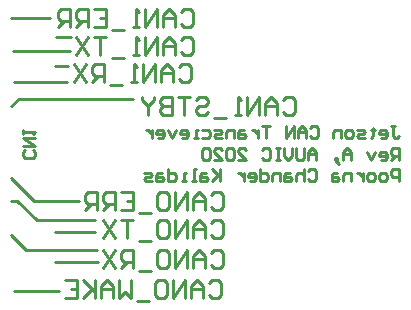
<source format=gbo>
G04*
G04 #@! TF.GenerationSoftware,Altium Limited,Altium Designer,20.0.12 (288)*
G04*
G04 Layer_Color=32896*
%FSLAX25Y25*%
%MOIN*%
G70*
G01*
G75*
%ADD10C,0.01000*%
D10*
X207603Y363044D02*
X222603D01*
X221103Y372544D02*
X235603D01*
X206603Y381544D02*
X211603Y376544D01*
X235103D01*
X221103Y382544D02*
X234603D01*
X206603Y393044D02*
X208603D01*
X215103Y386544D01*
X234603D01*
X206603Y400544D02*
X214103Y393044D01*
X229103D01*
X206603Y424544D02*
X209103Y427044D01*
X209603D01*
X247103D01*
X207603Y432544D02*
X225103D01*
X221103Y438044D02*
X225603D01*
X221603Y447544D02*
X226603D01*
X207103Y443044D02*
X226103D01*
X206603Y454044D02*
X219603D01*
X333334Y417896D02*
X334667D01*
X334001D01*
Y414563D01*
X334667Y413897D01*
X335334D01*
X336000Y414563D01*
X330002Y413897D02*
X331335D01*
X332001Y414563D01*
Y415896D01*
X331335Y416563D01*
X330002D01*
X329335Y415896D01*
Y415230D01*
X332001D01*
X327336Y417229D02*
Y416563D01*
X328003D01*
X326670D01*
X327336D01*
Y414563D01*
X326670Y413897D01*
X324670D02*
X322671D01*
X322005Y414563D01*
X322671Y415230D01*
X324004D01*
X324670Y415896D01*
X324004Y416563D01*
X322005D01*
X320005Y413897D02*
X318672D01*
X318006Y414563D01*
Y415896D01*
X318672Y416563D01*
X320005D01*
X320672Y415896D01*
Y414563D01*
X320005Y413897D01*
X316673D02*
Y416563D01*
X314673D01*
X314007Y415896D01*
Y413897D01*
X306010Y417229D02*
X306676Y417896D01*
X308009D01*
X308676Y417229D01*
Y414563D01*
X308009Y413897D01*
X306676D01*
X306010Y414563D01*
X304677Y413897D02*
Y416563D01*
X303344Y417896D01*
X302011Y416563D01*
Y413897D01*
Y415896D01*
X304677D01*
X300678Y413897D02*
Y417896D01*
X298012Y413897D01*
Y417896D01*
X292681D02*
X290015D01*
X291348D01*
Y413897D01*
X288682Y416563D02*
Y413897D01*
Y415230D01*
X288016Y415896D01*
X287349Y416563D01*
X286683D01*
X284017D02*
X282684D01*
X282017Y415896D01*
Y413897D01*
X284017D01*
X284683Y414563D01*
X284017Y415230D01*
X282017D01*
X280684Y413897D02*
Y416563D01*
X278685D01*
X278019Y415896D01*
Y413897D01*
X276686D02*
X274687D01*
X274020Y414563D01*
X274687Y415230D01*
X276019D01*
X276686Y415896D01*
X276019Y416563D01*
X274020D01*
X270021D02*
X272021D01*
X272687Y415896D01*
Y414563D01*
X272021Y413897D01*
X270021D01*
X268688D02*
X267355D01*
X268022D01*
Y416563D01*
X268688D01*
X263357Y413897D02*
X264690D01*
X265356Y414563D01*
Y415896D01*
X264690Y416563D01*
X263357D01*
X262690Y415896D01*
Y415230D01*
X265356D01*
X261357Y416563D02*
X260024Y413897D01*
X258692Y416563D01*
X255359Y413897D02*
X256692D01*
X257359Y414563D01*
Y415896D01*
X256692Y416563D01*
X255359D01*
X254693Y415896D01*
Y415230D01*
X257359D01*
X253360Y416563D02*
Y413897D01*
Y415230D01*
X252694Y415896D01*
X252027Y416563D01*
X251361D01*
X336000Y406699D02*
Y410697D01*
X334001D01*
X333334Y410031D01*
Y408698D01*
X334001Y408031D01*
X336000D01*
X334667D02*
X333334Y406699D01*
X330002D02*
X331335D01*
X332001Y407365D01*
Y408698D01*
X331335Y409364D01*
X330002D01*
X329335Y408698D01*
Y408031D01*
X332001D01*
X328003Y409364D02*
X326670Y406699D01*
X325337Y409364D01*
X320005Y406699D02*
Y409364D01*
X318672Y410697D01*
X317339Y409364D01*
Y406699D01*
Y408698D01*
X320005D01*
X315340Y406032D02*
X314673Y406699D01*
Y407365D01*
X315340D01*
Y406699D01*
X314673D01*
X315340Y406032D01*
X316006Y405366D01*
X308009Y406699D02*
Y409364D01*
X306676Y410697D01*
X305343Y409364D01*
Y406699D01*
Y408698D01*
X308009D01*
X304010Y410697D02*
Y407365D01*
X303344Y406699D01*
X302011D01*
X301344Y407365D01*
Y410697D01*
X300012D02*
Y408031D01*
X298679Y406699D01*
X297346Y408031D01*
Y410697D01*
X296013D02*
X294680D01*
X295346D01*
Y406699D01*
X296013D01*
X294680D01*
X290015Y410031D02*
X290681Y410697D01*
X292014D01*
X292681Y410031D01*
Y407365D01*
X292014Y406699D01*
X290681D01*
X290015Y407365D01*
X282017Y406699D02*
X284683D01*
X282017Y409364D01*
Y410031D01*
X282684Y410697D01*
X284017D01*
X284683Y410031D01*
X280684D02*
X280018Y410697D01*
X278685D01*
X278019Y410031D01*
Y407365D01*
X278685Y406699D01*
X280018D01*
X280684Y407365D01*
Y410031D01*
X274020Y406699D02*
X276686D01*
X274020Y409364D01*
Y410031D01*
X274687Y410697D01*
X276019D01*
X276686Y410031D01*
X272687D02*
X272021Y410697D01*
X270688D01*
X270021Y410031D01*
Y407365D01*
X270688Y406699D01*
X272021D01*
X272687Y407365D01*
Y410031D01*
X336000Y399500D02*
Y403499D01*
X334001D01*
X333334Y402832D01*
Y401499D01*
X334001Y400833D01*
X336000D01*
X331335Y399500D02*
X330002D01*
X329335Y400166D01*
Y401499D01*
X330002Y402166D01*
X331335D01*
X332001Y401499D01*
Y400166D01*
X331335Y399500D01*
X327336D02*
X326003D01*
X325337Y400166D01*
Y401499D01*
X326003Y402166D01*
X327336D01*
X328003Y401499D01*
Y400166D01*
X327336Y399500D01*
X324004Y402166D02*
Y399500D01*
Y400833D01*
X323337Y401499D01*
X322671Y402166D01*
X322005D01*
X320005Y399500D02*
Y402166D01*
X318006D01*
X317339Y401499D01*
Y399500D01*
X315340Y402166D02*
X314007D01*
X313341Y401499D01*
Y399500D01*
X315340D01*
X316006Y400166D01*
X315340Y400833D01*
X313341D01*
X305343Y402832D02*
X306010Y403499D01*
X307343D01*
X308009Y402832D01*
Y400166D01*
X307343Y399500D01*
X306010D01*
X305343Y400166D01*
X304010Y403499D02*
Y399500D01*
Y401499D01*
X303344Y402166D01*
X302011D01*
X301344Y401499D01*
Y399500D01*
X299345Y402166D02*
X298012D01*
X297346Y401499D01*
Y399500D01*
X299345D01*
X300012Y400166D01*
X299345Y400833D01*
X297346D01*
X296013Y399500D02*
Y402166D01*
X294014D01*
X293347Y401499D01*
Y399500D01*
X289348Y403499D02*
Y399500D01*
X291348D01*
X292014Y400166D01*
Y401499D01*
X291348Y402166D01*
X289348D01*
X286016Y399500D02*
X287349D01*
X288016Y400166D01*
Y401499D01*
X287349Y402166D01*
X286016D01*
X285350Y401499D01*
Y400833D01*
X288016D01*
X284017Y402166D02*
Y399500D01*
Y400833D01*
X283350Y401499D01*
X282684Y402166D01*
X282017D01*
X276019Y403499D02*
Y399500D01*
Y400833D01*
X273354Y403499D01*
X275353Y401499D01*
X273354Y399500D01*
X271354Y402166D02*
X270021D01*
X269355Y401499D01*
Y399500D01*
X271354D01*
X272021Y400166D01*
X271354Y400833D01*
X269355D01*
X268022Y399500D02*
X266689D01*
X267355D01*
Y403499D01*
X268022D01*
X264690Y399500D02*
X263357D01*
X264023D01*
Y402166D01*
X264690D01*
X258692Y403499D02*
Y399500D01*
X260691D01*
X261357Y400166D01*
Y401499D01*
X260691Y402166D01*
X258692D01*
X256692D02*
X255359D01*
X254693Y401499D01*
Y399500D01*
X256692D01*
X257359Y400166D01*
X256692Y400833D01*
X254693D01*
X253360Y399500D02*
X251361D01*
X250694Y400166D01*
X251361Y400833D01*
X252694D01*
X253360Y401499D01*
X252694Y402166D01*
X250694D01*
X272604Y365542D02*
X273604Y366542D01*
X275603D01*
X276603Y365542D01*
Y361544D01*
X275603Y360544D01*
X273604D01*
X272604Y361544D01*
X270605Y360544D02*
Y364543D01*
X268605Y366542D01*
X266606Y364543D01*
Y360544D01*
Y363543D01*
X270605D01*
X264607Y360544D02*
Y366542D01*
X260608Y360544D01*
Y366542D01*
X258609Y365542D02*
X257609Y366542D01*
X255610D01*
X254610Y365542D01*
Y361544D01*
X255610Y360544D01*
X257609D01*
X258609Y361544D01*
Y365542D01*
X252611Y359544D02*
X248612D01*
X246613Y366542D02*
Y360544D01*
X244613Y362543D01*
X242614Y360544D01*
Y366542D01*
X240615Y360544D02*
Y364543D01*
X238615Y366542D01*
X236616Y364543D01*
Y360544D01*
Y363543D01*
X240615D01*
X234616Y366542D02*
Y360544D01*
Y362543D01*
X230618Y366542D01*
X233617Y363543D01*
X230618Y360544D01*
X224620Y366542D02*
X228619D01*
Y360544D01*
X224620D01*
X228619Y363543D02*
X226619D01*
X273104Y375542D02*
X274104Y376542D01*
X276103D01*
X277103Y375542D01*
Y371544D01*
X276103Y370544D01*
X274104D01*
X273104Y371544D01*
X271105Y370544D02*
Y374543D01*
X269106Y376542D01*
X267106Y374543D01*
Y370544D01*
Y373543D01*
X271105D01*
X265107Y370544D02*
Y376542D01*
X261108Y370544D01*
Y376542D01*
X259109Y375542D02*
X258109Y376542D01*
X256110D01*
X255110Y375542D01*
Y371544D01*
X256110Y370544D01*
X258109D01*
X259109Y371544D01*
Y375542D01*
X253111Y369544D02*
X249112D01*
X247113Y370544D02*
Y376542D01*
X244114D01*
X243114Y375542D01*
Y373543D01*
X244114Y372543D01*
X247113D01*
X245113D02*
X243114Y370544D01*
X241115Y376542D02*
X237116Y370544D01*
Y376542D02*
X241115Y370544D01*
X273104Y385542D02*
X274104Y386542D01*
X276103D01*
X277103Y385542D01*
Y381544D01*
X276103Y380544D01*
X274104D01*
X273104Y381544D01*
X271105Y380544D02*
Y384543D01*
X269106Y386542D01*
X267106Y384543D01*
Y380544D01*
Y383543D01*
X271105D01*
X265107Y380544D02*
Y386542D01*
X261108Y380544D01*
Y386542D01*
X259109Y385542D02*
X258109Y386542D01*
X256110D01*
X255110Y385542D01*
Y381544D01*
X256110Y380544D01*
X258109D01*
X259109Y381544D01*
Y385542D01*
X253111Y379544D02*
X249112D01*
X247113Y386542D02*
X243114D01*
X245113D01*
Y380544D01*
X241115Y386542D02*
X237116Y380544D01*
Y386542D02*
X241115Y380544D01*
X273104Y395042D02*
X274104Y396042D01*
X276103D01*
X277103Y395042D01*
Y391044D01*
X276103Y390044D01*
X274104D01*
X273104Y391044D01*
X271105Y390044D02*
Y394043D01*
X269106Y396042D01*
X267106Y394043D01*
Y390044D01*
Y393043D01*
X271105D01*
X265107Y390044D02*
Y396042D01*
X261108Y390044D01*
Y396042D01*
X259109Y395042D02*
X258109Y396042D01*
X256110D01*
X255110Y395042D01*
Y391044D01*
X256110Y390044D01*
X258109D01*
X259109Y391044D01*
Y395042D01*
X253111Y389044D02*
X249112D01*
X243114Y396042D02*
X247113D01*
Y390044D01*
X243114D01*
X247113Y393043D02*
X245113D01*
X241115Y390044D02*
Y396042D01*
X238116D01*
X237116Y395042D01*
Y393043D01*
X238116Y392043D01*
X241115D01*
X239115D02*
X237116Y390044D01*
X235117D02*
Y396042D01*
X232118D01*
X231118Y395042D01*
Y393043D01*
X232118Y392043D01*
X235117D01*
X233117D02*
X231118Y390044D01*
X297104Y426542D02*
X298104Y427542D01*
X300103D01*
X301103Y426542D01*
Y422544D01*
X300103Y421544D01*
X298104D01*
X297104Y422544D01*
X295105Y421544D02*
Y425543D01*
X293106Y427542D01*
X291106Y425543D01*
Y421544D01*
Y424543D01*
X295105D01*
X289107Y421544D02*
Y427542D01*
X285108Y421544D01*
Y427542D01*
X283109Y421544D02*
X281109D01*
X282109D01*
Y427542D01*
X283109Y426542D01*
X278110Y420544D02*
X274112D01*
X268114Y426542D02*
X269113Y427542D01*
X271113D01*
X272112Y426542D01*
Y425543D01*
X271113Y424543D01*
X269113D01*
X268114Y423543D01*
Y422544D01*
X269113Y421544D01*
X271113D01*
X272112Y422544D01*
X266114Y427542D02*
X262116D01*
X264115D01*
Y421544D01*
X260116Y427542D02*
Y421544D01*
X257117D01*
X256118Y422544D01*
Y423543D01*
X257117Y424543D01*
X260116D01*
X257117D01*
X256118Y425543D01*
Y426542D01*
X257117Y427542D01*
X260116D01*
X254118D02*
Y426542D01*
X252119Y424543D01*
X250119Y426542D01*
Y427542D01*
X252119Y424543D02*
Y421544D01*
X262604Y437542D02*
X263604Y438542D01*
X265603D01*
X266603Y437542D01*
Y433544D01*
X265603Y432544D01*
X263604D01*
X262604Y433544D01*
X260605Y432544D02*
Y436543D01*
X258606Y438542D01*
X256606Y436543D01*
Y432544D01*
Y435543D01*
X260605D01*
X254607Y432544D02*
Y438542D01*
X250608Y432544D01*
Y438542D01*
X248609Y432544D02*
X246609D01*
X247609D01*
Y438542D01*
X248609Y437542D01*
X243610Y431544D02*
X239612D01*
X237612Y432544D02*
Y438542D01*
X234613D01*
X233614Y437542D01*
Y435543D01*
X234613Y434543D01*
X237612D01*
X235613D02*
X233614Y432544D01*
X231614Y438542D02*
X227616Y432544D01*
Y438542D02*
X231614Y432544D01*
X263104Y446542D02*
X264104Y447542D01*
X266103D01*
X267103Y446542D01*
Y442544D01*
X266103Y441544D01*
X264104D01*
X263104Y442544D01*
X261105Y441544D02*
Y445543D01*
X259105Y447542D01*
X257106Y445543D01*
Y441544D01*
Y444543D01*
X261105D01*
X255107Y441544D02*
Y447542D01*
X251108Y441544D01*
Y447542D01*
X249109Y441544D02*
X247109D01*
X248109D01*
Y447542D01*
X249109Y446542D01*
X244110Y440544D02*
X240112D01*
X238112Y447542D02*
X234114D01*
X236113D01*
Y441544D01*
X232114Y447542D02*
X228116Y441544D01*
Y447542D02*
X232114Y441544D01*
X263104Y456042D02*
X264104Y457042D01*
X266103D01*
X267103Y456042D01*
Y452044D01*
X266103Y451044D01*
X264104D01*
X263104Y452044D01*
X261105Y451044D02*
Y455043D01*
X259105Y457042D01*
X257106Y455043D01*
Y451044D01*
Y454043D01*
X261105D01*
X255107Y451044D02*
Y457042D01*
X251108Y451044D01*
Y457042D01*
X249109Y451044D02*
X247109D01*
X248109D01*
Y457042D01*
X249109Y456042D01*
X244110Y450044D02*
X240112D01*
X234114Y457042D02*
X238112D01*
Y451044D01*
X234114D01*
X238112Y454043D02*
X236113D01*
X232114Y451044D02*
Y457042D01*
X229115D01*
X228116Y456042D01*
Y454043D01*
X229115Y453043D01*
X232114D01*
X230115D02*
X228116Y451044D01*
X226116D02*
Y457042D01*
X223117D01*
X222117Y456042D01*
Y454043D01*
X223117Y453043D01*
X226116D01*
X224117D02*
X222117Y451044D01*
X213936Y410045D02*
X214602Y409378D01*
Y408045D01*
X213936Y407379D01*
X211270D01*
X210604Y408045D01*
Y409378D01*
X211270Y410045D01*
X210604Y411378D02*
X214602D01*
X210604Y414044D01*
X214602D01*
X210604Y415377D02*
Y416709D01*
Y416043D01*
X214602D01*
X213936Y415377D01*
M02*

</source>
